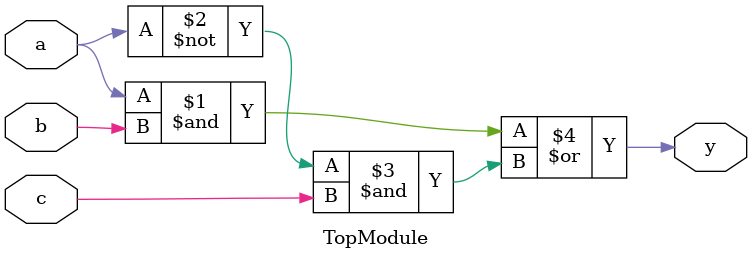
<source format=sv>
module TopModule (
    input logic a,
    input logic b,
    input logic c,
    output logic y
);

    // Combinational logic derived from the Boolean expression
    assign y = (a & b) | (~a & c);

endmodule
</source>
